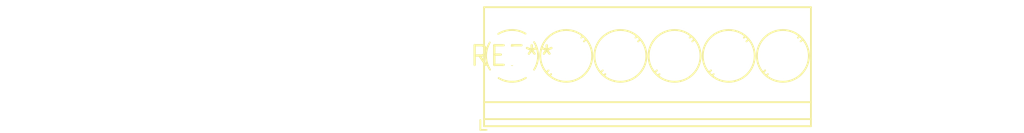
<source format=kicad_pcb>
(kicad_pcb (version 20240108) (generator pcbnew)
  (layers (0 "F.Cu" signal) (31 "B.Cu" signal) (34 "B.Paste" user) (35 "F.Paste" user) (36 "B.SilkS" user "B.Silkscreen") (37 "F.SilkS" user "F.Silkscreen") (38 "B.Mask" user) (39 "F.Mask" user) (44 "Edge.Cuts" user))
  (net 0 "")
  (footprint "TerminalBlock_Phoenix_PT-1,5-6-3.5-H_1x06_P3.50mm_Horizontal" (layer "F.Cu") (at 0 0)
    (property "Reference" "REF**")
    (property "Value" "TerminalBlock_Phoenix_PT-1,5-6-3.5-H_1x06_P3.50mm_Horizontal")
    (fp_line (start -2.05 4.16) (end -2.05 4.8) (layer "F.SilkS") (stroke (width 0.12)))
    (fp_line (start -2.05 4.8) (end -1.65 4.8) (layer "F.SilkS") (stroke (width 0.12)))
    (fp_line (start -1.81 -3.16) (end -1.81 4.56) (layer "F.SilkS") (stroke (width 0.12)))
    (fp_line (start -1.81 -3.16) (end 19.311 -3.16) (layer "F.SilkS") (stroke (width 0.12)))
    (fp_line (start -1.81 3) (end 19.311 3) (layer "F.SilkS") (stroke (width 0.12)))
    (fp_line (start -1.81 4.1) (end 19.311 4.1) (layer "F.SilkS") (stroke (width 0.12)))
    (fp_line (start -1.81 4.56) (end 19.311 4.56) (layer "F.SilkS") (stroke (width 0.12)))
    (fp_line (start 2.355 0.941) (end 2.226 1.069) (layer "F.SilkS") (stroke (width 0.12)))
    (fp_line (start 2.525 1.181) (end 2.431 1.274) (layer "F.SilkS") (stroke (width 0.12)))
    (fp_line (start 4.57 -1.275) (end 4.476 -1.181) (layer "F.SilkS") (stroke (width 0.12)))
    (fp_line (start 4.775 -1.069) (end 4.646 -0.941) (layer "F.SilkS") (stroke (width 0.12)))
    (fp_line (start 5.855 0.941) (end 5.726 1.069) (layer "F.SilkS") (stroke (width 0.12)))
    (fp_line (start 6.025 1.181) (end 5.931 1.274) (layer "F.SilkS") (stroke (width 0.12)))
    (fp_line (start 8.07 -1.275) (end 7.976 -1.181) (layer "F.SilkS") (stroke (width 0.12)))
    (fp_line (start 8.275 -1.069) (end 8.146 -0.941) (layer "F.SilkS") (stroke (width 0.12)))
    (fp_line (start 9.355 0.941) (end 9.226 1.069) (layer "F.SilkS") (stroke (width 0.12)))
    (fp_line (start 9.525 1.181) (end 9.431 1.274) (layer "F.SilkS") (stroke (width 0.12)))
    (fp_line (start 11.57 -1.275) (end 11.476 -1.181) (layer "F.SilkS") (stroke (width 0.12)))
    (fp_line (start 11.775 -1.069) (end 11.646 -0.941) (layer "F.SilkS") (stroke (width 0.12)))
    (fp_line (start 12.855 0.941) (end 12.726 1.069) (layer "F.SilkS") (stroke (width 0.12)))
    (fp_line (start 13.025 1.181) (end 12.931 1.274) (layer "F.SilkS") (stroke (width 0.12)))
    (fp_line (start 15.07 -1.275) (end 14.976 -1.181) (layer "F.SilkS") (stroke (width 0.12)))
    (fp_line (start 15.275 -1.069) (end 15.146 -0.941) (layer "F.SilkS") (stroke (width 0.12)))
    (fp_line (start 16.355 0.941) (end 16.226 1.069) (layer "F.SilkS") (stroke (width 0.12)))
    (fp_line (start 16.525 1.181) (end 16.431 1.274) (layer "F.SilkS") (stroke (width 0.12)))
    (fp_line (start 18.57 -1.275) (end 18.476 -1.181) (layer "F.SilkS") (stroke (width 0.12)))
    (fp_line (start 18.775 -1.069) (end 18.646 -0.941) (layer "F.SilkS") (stroke (width 0.12)))
    (fp_line (start 19.311 -3.16) (end 19.311 4.56) (layer "F.SilkS") (stroke (width 0.12)))
    (fp_arc (start -1.425358 0.889894) (mid -1.680286 0.014012) (end -1.44 -0.866) (layer "F.SilkS") (stroke (width 0.12)))
    (fp_arc (start -0.889894 -1.425358) (mid -0.014012 -1.680286) (end 0.866 -1.44) (layer "F.SilkS") (stroke (width 0.12)))
    (fp_arc (start 0.028674 1.680099) (mid -0.435535 1.622918) (end -0.866 1.44) (layer "F.SilkS") (stroke (width 0.12)))
    (fp_arc (start 0.890264 1.424721) (mid 0.463071 1.61492) (end 0 1.68) (layer "F.SilkS") (stroke (width 0.12)))
    (fp_arc (start 1.425504 -0.890193) (mid 1.680626 0.000476) (end 1.425 0.891) (layer "F.SilkS") (stroke (width 0.12)))
    (fp_circle (center 3.5 0) (end 5.18 0) (layer "F.SilkS") (stroke (width 0.12)) (fill none))
    (fp_circle (center 7 0) (end 8.68 0) (layer "F.SilkS") (stroke (width 0.12)) (fill none))
    (fp_circle (center 10.5 0) (end 12.18 0) (layer "F.SilkS") (stroke (width 0.12)) (fill none))
    (fp_circle (center 14 0) (end 15.68 0) (layer "F.SilkS") (stroke (width 0.12)) (fill none))
    (fp_circle (center 17.5 0) (end 19.18 0) (layer "F.SilkS") (stroke (width 0.12)) (fill none))
    (pad "1" thru_hole rect (at 0 0) (size 2.4 2.4) (drill 1.2) (layers *.Cu *.Mask) (remove_unused_layers))
    (pad "2" thru_hole circle (at 3.5 0) (size 2.4 2.4) (drill 1.2) (layers *.Cu *.Mask) (remove_unused_layers))
    (pad "3" thru_hole circle (at 7 0) (size 2.4 2.4) (drill 1.2) (layers *.Cu *.Mask) (remove_unused_layers))
    (pad "4" thru_hole circle (at 10.5 0) (size 2.4 2.4) (drill 1.2) (layers *.Cu *.Mask) (remove_unused_layers))
    (pad "5" thru_hole circle (at 14 0) (size 2.4 2.4) (drill 1.2) (layers *.Cu *.Mask) (remove_unused_layers))
    (pad "6" thru_hole circle (at 17.5 0) (size 2.4 2.4) (drill 1.2) (layers *.Cu *.Mask) (remove_unused_layers))
  )
)
</source>
